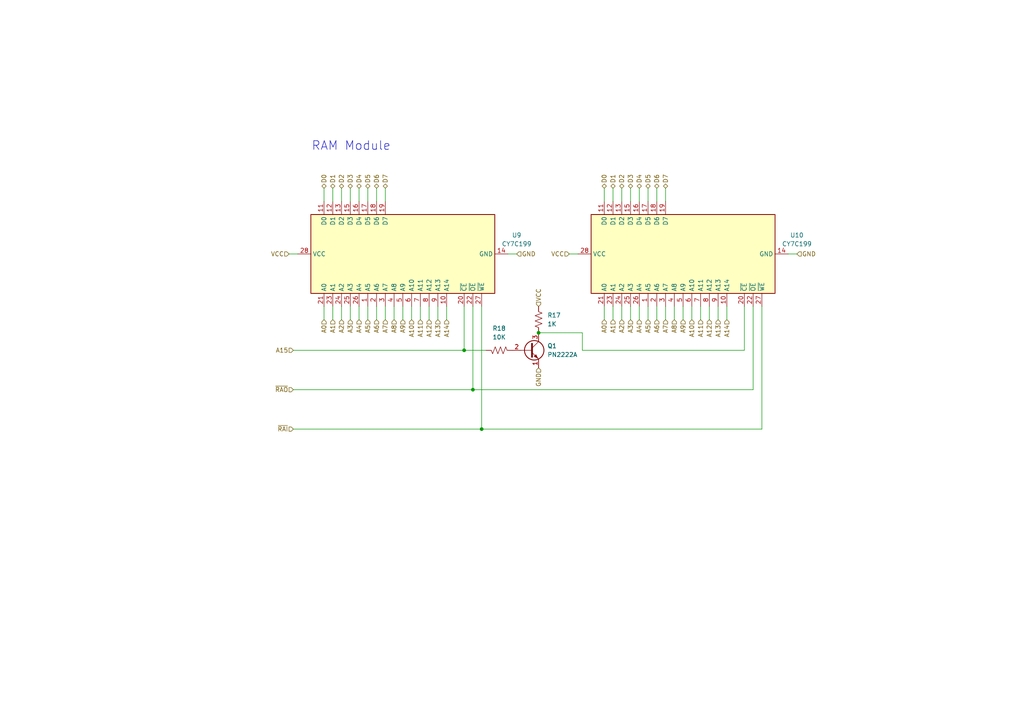
<source format=kicad_sch>
(kicad_sch (version 20250114) (generator "eeschema") (generator_version "9.0")
  (paper "A4")
  (title_block (title "RAM Module") (date "2025-11-14") (rev "1.0") (company "Marco Vettigli"))
  (lib_symbols
    (symbol "Device:R_US" (pin_numbers (hide yes)) (pin_names (offset 0))
      (property "Reference" "R" (at 2.54 0 90))
      (property "Value" "R_US" (at -2.54 0 90))
      (symbol "R_US_0_1"
        (polyline (pts (xy 0 2.286) (xy 0 2.54)))
        (polyline (pts (xy 0 2.286) (xy 1.016 1.905) (xy 0 1.524) (xy -1.016 1.143) (xy 0 0.762)))
        (polyline (pts (xy 0 0.762) (xy 1.016 0.381) (xy 0 0) (xy -1.016 -0.381) (xy 0 -0.762)))
        (polyline (pts (xy 0 -0.762) (xy 1.016 -1.143) (xy 0 -1.524) (xy -1.016 -1.905) (xy 0 -2.286)))
        (polyline (pts (xy 0 -2.286) (xy 0 -2.54)))
      )
      (symbol "R_US_1_1"
        (pin passive line (at 0 3.81 270) (length 1.27) (name "~") (number "1"))
        (pin passive line (at 0 -3.81 90) (length 1.27) (name "~") (number "2"))
      )
    )
    (symbol "Memory_RAM:CY7C199"
      (property "Reference" "U" (at -11.43 27.94 0))
      (property "Value" "CY7C199" (at 3.81 27.94 0))
      (symbol "CY7C199_0_0"
        (pin power_in line (at 0 30.48 270) (length 3.81) (name "VCC") (number "28"))
        (pin power_in line (at 0 -30.48 90) (length 3.81) (name "GND") (number "14"))
      )
      (symbol "CY7C199_0_1"
        (rectangle (start -11.43 26.67) (end 11.43 -26.67) (stroke (width 0.254)) (fill (type background)))
      )
      (symbol "CY7C199_1_1"
        (pin input line (at -15.24 22.86 0) (length 3.81) (name "A0") (number "21"))
        (pin input line (at -15.24 20.32 0) (length 3.81) (name "A1") (number "23"))
        (pin input line (at -15.24 17.78 0) (length 3.81) (name "A2") (number "24"))
        (pin input line (at -15.24 15.24 0) (length 3.81) (name "A3") (number "25"))
        (pin input line (at -15.24 12.7 0) (length 3.81) (name "A4") (number "26"))
        (pin input line (at -15.24 10.16 0) (length 3.81) (name "A5") (number "1"))
        (pin input line (at -15.24 7.62 0) (length 3.81) (name "A6") (number "2"))
        (pin input line (at -15.24 5.08 0) (length 3.81) (name "A7") (number "3"))
        (pin input line (at -15.24 2.54 0) (length 3.81) (name "A8") (number "4"))
        (pin input line (at -15.24 0 0) (length 3.81) (name "A9") (number "5"))
        (pin input line (at -15.24 -2.54 0) (length 3.81) (name "A10") (number "6"))
        (pin input line (at -15.24 -5.08 0) (length 3.81) (name "A11") (number "7"))
        (pin input line (at -15.24 -7.62 0) (length 3.81) (name "A12") (number "8"))
        (pin input line (at -15.24 -10.16 0) (length 3.81) (name "A13") (number "9"))
        (pin input line (at -15.24 -12.7 0) (length 3.81) (name "A14") (number "10"))
        (pin input line (at -15.24 -17.78 0) (length 3.81) (name "~{CE}") (number "20"))
        (pin input line (at -15.24 -20.32 0) (length 3.81) (name "~{OE}") (number "22"))
        (pin input line (at -15.24 -22.86 0) (length 3.81) (name "~{WE}") (number "27"))
        (pin tri_state line (at 15.24 22.86 180) (length 3.81) (name "D0") (number "11"))
        (pin tri_state line (at 15.24 20.32 180) (length 3.81) (name "D1") (number "12"))
        (pin tri_state line (at 15.24 17.78 180) (length 3.81) (name "D2") (number "13"))
        (pin tri_state line (at 15.24 15.24 180) (length 3.81) (name "D3") (number "15"))
        (pin tri_state line (at 15.24 12.7 180) (length 3.81) (name "D4") (number "16"))
        (pin tri_state line (at 15.24 10.16 180) (length 3.81) (name "D5") (number "17"))
        (pin tri_state line (at 15.24 7.62 180) (length 3.81) (name "D6") (number "18"))
        (pin tri_state line (at 15.24 5.08 180) (length 3.81) (name "D7") (number "19"))
      )
    )
    (symbol "Transistor_BJT:PN2222A" (pin_names (offset 0) (hide yes))
      (property "Reference" "Q" (at 5.08 1.905 0))
      (property "Value" "PN2222A" (at 5.08 0 0))
      (symbol "PN2222A_0_1"
        (polyline (pts (xy -2.54 0) (xy 0.635 0)))
        (polyline (pts (xy 0.635 1.905) (xy 0.635 -1.905)) (stroke (width 0.508)))
        (circle (center 1.27 0) (radius 2.8194) (stroke (width 0.254)))
      )
      (symbol "PN2222A_1_1"
        (polyline (pts (xy 0.635 0.635) (xy 2.54 2.54)))
        (polyline (pts (xy 0.635 -0.635) (xy 2.54 -2.54)))
        (polyline (pts (xy 1.27 -1.778) (xy 1.778 -1.27) (xy 2.286 -2.286) (xy 1.27 -1.778)) (fill (type outline)))
        (pin input line (at -5.08 0 0) (length 2.54) (name "B") (number "2"))
        (pin passive line (at 2.54 5.08 270) (length 2.54) (name "C") (number "3"))
        (pin passive line (at 2.54 -5.08 90) (length 2.54) (name "E") (number "1"))
      )
    )
  )
  (text "RAM Module" (at 101.854 42.418 0) (effects (font (size 2.54 2.54))))
  (junction (at 134.62 101.6))
  (junction (at 156.21 96.52))
  (junction (at 137.16 113.03))
  (junction (at 139.7 124.46))
  (wire (pts (xy 124.46 88.9) (xy 124.46 92.71)))
  (wire (pts (xy 96.52 54.61) (xy 96.52 58.42)))
  (wire (pts (xy 208.28 88.9) (xy 208.28 92.71)))
  (wire (pts (xy 190.5 54.61) (xy 190.5 58.42)))
  (wire (pts (xy 147.32 73.66) (xy 149.86 73.66)))
  (wire (pts (xy 106.68 54.61) (xy 106.68 58.42)))
  (wire (pts (xy 106.68 88.9) (xy 106.68 92.71)))
  (wire (pts (xy 190.5 88.9) (xy 190.5 92.71)))
  (wire (pts (xy 104.14 88.9) (xy 104.14 92.71)))
  (wire (pts (xy 177.8 54.61) (xy 177.8 58.42)))
  (wire (pts (xy 218.44 113.03) (xy 218.44 88.9)))
  (wire (pts (xy 111.76 54.61) (xy 111.76 58.42)))
  (wire (pts (xy 175.26 88.9) (xy 175.26 92.71)))
  (wire (pts (xy 109.22 54.61) (xy 109.22 58.42)))
  (wire (pts (xy 104.14 54.61) (xy 104.14 58.42)))
  (wire (pts (xy 210.82 88.9) (xy 210.82 92.71)))
  (wire (pts (xy 182.88 88.9) (xy 182.88 92.71)))
  (wire (pts (xy 101.6 88.9) (xy 101.6 92.71)))
  (wire (pts (xy 165.1 73.66) (xy 167.64 73.66)))
  (wire (pts (xy 127 88.9) (xy 127 92.71)))
  (wire (pts (xy 177.8 88.9) (xy 177.8 92.71)))
  (wire (pts (xy 198.12 88.9) (xy 198.12 92.71)))
  (wire (pts (xy 187.96 88.9) (xy 187.96 92.71)))
  (wire (pts (xy 134.62 101.6) (xy 134.62 88.9)))
  (wire (pts (xy 116.84 88.9) (xy 116.84 92.71)))
  (wire (pts (xy 93.98 88.9) (xy 93.98 92.71)))
  (wire (pts (xy 93.98 54.61) (xy 93.98 58.42)))
  (wire (pts (xy 99.06 88.9) (xy 99.06 92.71)))
  (wire (pts (xy 168.91 101.6) (xy 215.9 101.6)))
  (wire (pts (xy 215.9 88.9) (xy 215.9 101.6)))
  (wire (pts (xy 137.16 113.03) (xy 137.16 88.9)))
  (wire (pts (xy 228.6 73.66) (xy 231.14 73.66)))
  (wire (pts (xy 83.82 73.66) (xy 86.36 73.66)))
  (wire (pts (xy 101.6 54.61) (xy 101.6 58.42)))
  (wire (pts (xy 129.54 88.9) (xy 129.54 92.71)))
  (wire (pts (xy 203.2 88.9) (xy 203.2 92.71)))
  (wire (pts (xy 185.42 54.61) (xy 185.42 58.42)))
  (wire (pts (xy 180.34 54.61) (xy 180.34 58.42)))
  (wire (pts (xy 119.38 88.9) (xy 119.38 92.71)))
  (wire (pts (xy 111.76 88.9) (xy 111.76 92.71)))
  (wire (pts (xy 109.22 88.9) (xy 109.22 92.71)))
  (wire (pts (xy 121.92 88.9) (xy 121.92 92.71)))
  (wire (pts (xy 193.04 88.9) (xy 193.04 92.71)))
  (wire (pts (xy 195.58 88.9) (xy 195.58 92.71)))
  (wire (pts (xy 168.91 96.52) (xy 168.91 101.6)))
  (wire (pts (xy 85.09 113.03) (xy 137.16 113.03)))
  (wire (pts (xy 96.52 88.9) (xy 96.52 92.71)))
  (wire (pts (xy 139.7 124.46) (xy 139.7 88.9)))
  (wire (pts (xy 182.88 54.61) (xy 182.88 58.42)))
  (wire (pts (xy 85.09 101.6) (xy 134.62 101.6)))
  (wire (pts (xy 139.7 124.46) (xy 220.98 124.46)))
  (wire (pts (xy 156.21 96.52) (xy 168.91 96.52)))
  (wire (pts (xy 99.06 54.61) (xy 99.06 58.42)))
  (wire (pts (xy 175.26 54.61) (xy 175.26 58.42)))
  (wire (pts (xy 200.66 88.9) (xy 200.66 92.71)))
  (wire (pts (xy 137.16 113.03) (xy 218.44 113.03)))
  (wire (pts (xy 205.74 88.9) (xy 205.74 92.71)))
  (wire (pts (xy 187.96 54.61) (xy 187.96 58.42)))
  (wire (pts (xy 85.09 124.46) (xy 139.7 124.46)))
  (wire (pts (xy 185.42 88.9) (xy 185.42 92.71)))
  (wire (pts (xy 193.04 54.61) (xy 193.04 58.42)))
  (wire (pts (xy 134.62 101.6) (xy 140.97 101.6)))
  (wire (pts (xy 180.34 88.9) (xy 180.34 92.71)))
  (wire (pts (xy 220.98 124.46) (xy 220.98 88.9)))
  (wire (pts (xy 114.3 88.9) (xy 114.3 92.71)))
  (hierarchical_label "D6" (shape tri_state) (at 109.22 54.61 90))
  (hierarchical_label "GND" (shape input) (at 149.86 73.66 0))
  (hierarchical_label "A0" (shape input) (at 175.26 92.71 270))
  (hierarchical_label "D7" (shape tri_state) (at 193.04 54.61 90))
  (hierarchical_label "A8" (shape input) (at 195.58 92.71 270))
  (hierarchical_label "A5" (shape input) (at 187.96 92.71 270))
  (hierarchical_label "A11" (shape input) (at 203.2 92.71 270))
  (hierarchical_label "D4" (shape tri_state) (at 104.14 54.61 90))
  (hierarchical_label "A12" (shape input) (at 205.74 92.71 270))
  (hierarchical_label "A14" (shape input) (at 129.54 92.71 270))
  (hierarchical_label "A13" (shape input) (at 127 92.71 270))
  (hierarchical_label "A2" (shape input) (at 180.34 92.71 270))
  (hierarchical_label "A4" (shape input) (at 104.14 92.71 270))
  (hierarchical_label "GND" (shape input) (at 156.21 106.68 270))
  (hierarchical_label "D1" (shape tri_state) (at 96.52 54.61 90))
  (hierarchical_label "~{RAO}" (shape input) (at 85.09 113.03 180))
  (hierarchical_label "A9" (shape input) (at 198.12 92.71 270))
  (hierarchical_label "A14" (shape input) (at 210.82 92.71 270))
  (hierarchical_label "D2" (shape tri_state) (at 180.34 54.61 90))
  (hierarchical_label "D1" (shape tri_state) (at 177.8 54.61 90))
  (hierarchical_label "~{RAI}" (shape input) (at 85.09 124.46 180))
  (hierarchical_label "D0" (shape tri_state) (at 93.98 54.61 90))
  (hierarchical_label "A5" (shape input) (at 106.68 92.71 270))
  (hierarchical_label "D2" (shape tri_state) (at 99.06 54.61 90))
  (hierarchical_label "A11" (shape input) (at 121.92 92.71 270))
  (hierarchical_label "A10" (shape input) (at 200.66 92.71 270))
  (hierarchical_label "A3" (shape input) (at 101.6 92.71 270))
  (hierarchical_label "A4" (shape input) (at 185.42 92.71 270))
  (hierarchical_label "A1" (shape input) (at 96.52 92.71 270))
  (hierarchical_label "D6" (shape tri_state) (at 190.5 54.61 90))
  (hierarchical_label "D5" (shape tri_state) (at 187.96 54.61 90))
  (hierarchical_label "A13" (shape input) (at 208.28 92.71 270))
  (hierarchical_label "A7" (shape input) (at 111.76 92.71 270))
  (hierarchical_label "VCC" (shape input) (at 156.21 88.9 90))
  (hierarchical_label "A6" (shape input) (at 190.5 92.71 270))
  (hierarchical_label "A1" (shape input) (at 177.8 92.71 270))
  (hierarchical_label "A6" (shape input) (at 109.22 92.71 270))
  (hierarchical_label "D3" (shape tri_state) (at 101.6 54.61 90))
  (hierarchical_label "D7" (shape tri_state) (at 111.76 54.61 90))
  (hierarchical_label "A9" (shape input) (at 116.84 92.71 270))
  (hierarchical_label "VCC" (shape input) (at 165.1 73.66 180))
  (hierarchical_label "GND" (shape input) (at 231.14 73.66 0))
  (hierarchical_label "A15" (shape input) (at 85.09 101.6 180))
  (hierarchical_label "A3" (shape input) (at 182.88 92.71 270))
  (hierarchical_label "A2" (shape input) (at 99.06 92.71 270))
  (hierarchical_label "D3" (shape tri_state) (at 182.88 54.61 90))
  (hierarchical_label "A7" (shape input) (at 193.04 92.71 270))
  (hierarchical_label "VCC" (shape input) (at 83.82 73.66 180))
  (hierarchical_label "A12" (shape input) (at 124.46 92.71 270))
  (hierarchical_label "D4" (shape tri_state) (at 185.42 54.61 90))
  (hierarchical_label "D0" (shape tri_state) (at 175.26 54.61 90))
  (hierarchical_label "A10" (shape input) (at 119.38 92.71 270))
  (hierarchical_label "A8" (shape input) (at 114.3 92.71 270))
  (hierarchical_label "D5" (shape tri_state) (at 106.68 54.61 90))
  (hierarchical_label "A0" (shape input) (at 93.98 92.71 270))
  (symbol (lib_id "Transistor_BJT:PN2222A") (at 153.67 101.6 0) (unit 1)
    (property "Reference" "Q1" (at 158.75 100.3299 0) (effects (justify left)))
    (property "Value" "PN2222A" (at 158.75 102.8699 0) (effects (justify left)))
    (property "Footprint" "Package_TO_SOT_THT:TO-92_Inline" (effects (hide yes)))
    (property "Datasheet" "https://www.onsemi.com/pub/Collateral/PN2222-D.PDF" (effects (hide yes)))
    (property "Description" "1A Ic, 40V Vce, NPN Transistor, General Purpose Transistor, TO-92" (effects (hide yes)))
  )
  (symbol (lib_id "Memory_RAM:CY7C199") (at 116.84 73.66 90) (unit 1)
    (property "Reference" "U9" (at 149.86 68.2146 90))
    (property "Value" "CY7C199" (at 149.86 70.7546 90))
    (property "Footprint" "Package_DIP:DIP-28_W7.62mm" (effects (hide yes)))
  )
  (symbol (lib_id "Memory_RAM:CY7C199") (at 198.12 73.66 90) (unit 1)
    (property "Reference" "U10" (at 231.14 68.2146 90))
    (property "Value" "CY7C199" (at 231.14 70.7546 90))
    (property "Footprint" "Package_DIP:DIP-28_W7.62mm" (effects (hide yes)))
  )
  (symbol (lib_id "Device:R_US") (at 144.78 101.6 90) (mirror x) (unit 1)
    (property "Reference" "R18" (at 144.78 95.25 90))
    (property "Value" "10K" (at 144.78 97.79 90))
    (property "Footprint" "Resistor_THT:R_Axial_DIN0207_L6.3mm_D2.5mm_P10.16mm_Horizontal" (effects (hide yes)))
    (property "Description" "Resistor, US symbol" (effects (hide yes)))
  )
  (symbol (lib_id "Device:R_US") (at 156.21 92.71 180) (unit 1)
    (property "Reference" "R17" (at 158.75 91.4399 0) (effects (justify right)))
    (property "Value" "1K" (at 158.75 93.9799 0) (effects (justify right)))
    (property "Footprint" "Resistor_THT:R_Axial_DIN0207_L6.3mm_D2.5mm_P10.16mm_Horizontal" (effects (hide yes)))
    (property "Description" "Resistor, US symbol" (effects (hide yes)))
  )
)
</source>
